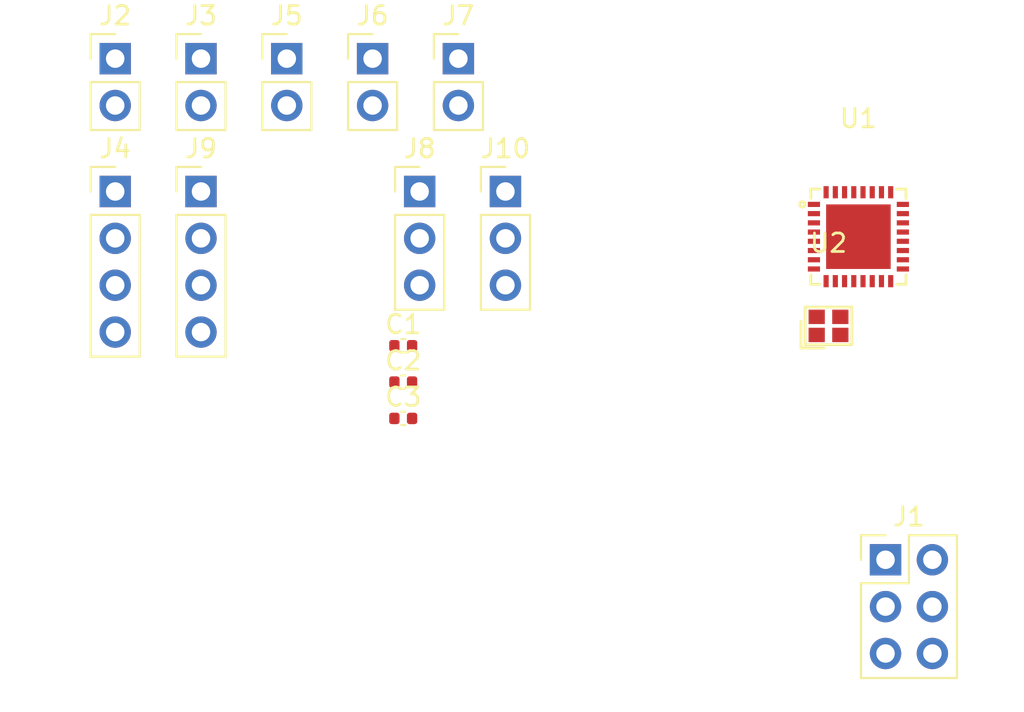
<source format=kicad_pcb>
(kicad_pcb (version 20221018) (generator pcbnew)
  (layers (0 "F.Cu" signal) (1 "In1.Cu" signal) (2 "In2.Cu" signal) (31 "B.Cu" signal) (34 "B.Paste" user) (35 "F.Paste" user) (36 "B.SilkS" user "B.Silkscreen") (37 "F.SilkS" user "F.Silkscreen") (38 "B.Mask" user) (39 "F.Mask" user) (44 "Edge.Cuts" user))
  (net 0 "")
  (net 1 "/XTAL1")
  (net 2 "GND")
  (net 3 "/XTAL2")
  (net 4 "VCC")
  (net 5 "/PB3")
  (net 6 "/PB4")
  (net 7 "/PB5")
  (net 8 "/PC6")
  (net 9 "/PC5")
  (net 10 "/PC4")
  (net 11 "/PD2")
  (net 12 "/PD3")
  (net 13 "/AVCC")
  (net 14 "/AREF")
  (net 15 "/ADC7")
  (net 16 "/ADC6")
  (net 17 "/PD1")
  (net 18 "/PD0")
  (net 19 "/PB0")
  (net 20 "/PB1")
  (net 21 "/PB2")
  (net 22 "/PC3")
  (net 23 "/PC2")
  (net 24 "/PC1")
  (net 25 "/PC0")
  (net 26 "/PD5")
  (net 27 "/PD6")
  (net 28 "/PD7")
  (net 29 "/PD4")
  (footprint "Connector_PinHeader_2.54mm:PinHeader_1x02_P2.54mm_Vertical" (layer "F.Cu") (at 103.51 62.6)
    (fp_text reference "J2" (at 0 -2.33) (layer "F.SilkS"))
    (fp_text value "Conn_01x02_Pin")
    (fp_line (start -1.33 -1.33) (end 0 -1.33) (stroke (width 0.12)) (layer "F.SilkS"))
    (fp_line (start -1.33 0) (end -1.33 -1.33) (stroke (width 0.12)) (layer "F.SilkS"))
    (fp_line (start -1.33 1.27) (end -1.33 3.87) (stroke (width 0.12)) (layer "F.SilkS"))
    (fp_line (start -1.33 1.27) (end 1.33 1.27) (stroke (width 0.12)) (layer "F.SilkS"))
    (fp_line (start -1.33 3.87) (end 1.33 3.87) (stroke (width 0.12)) (layer "F.SilkS"))
    (fp_line (start 1.33 1.27) (end 1.33 3.87) (stroke (width 0.12)) (layer "F.SilkS"))
    (pad "1" thru_hole rect (at 0 0) (size 1.7 1.7) (drill 1) (layers "*.Cu" "*.Mask") (net 9 "/PC5"))
    (pad "2" thru_hole oval (at 0 2.54) (size 1.7 1.7) (drill 1) (layers "*.Cu" "*.Mask") (net 10 "/PC4"))
  )
  (footprint "Connector_PinHeader_2.54mm:PinHeader_1x02_P2.54mm_Vertical" (layer "F.Cu") (at 122.11 62.6)
    (fp_text reference "J7" (at 0 -2.33) (layer "F.SilkS"))
    (fp_text value "Conn_01x02_Pin")
    (fp_line (start -1.33 -1.33) (end 0 -1.33) (stroke (width 0.12)) (layer "F.SilkS"))
    (fp_line (start -1.33 0) (end -1.33 -1.33) (stroke (width 0.12)) (layer "F.SilkS"))
    (fp_line (start -1.33 1.27) (end -1.33 3.87) (stroke (width 0.12)) (layer "F.SilkS"))
    (fp_line (start -1.33 1.27) (end 1.33 1.27) (stroke (width 0.12)) (layer "F.SilkS"))
    (fp_line (start -1.33 3.87) (end 1.33 3.87) (stroke (width 0.12)) (layer "F.SilkS"))
    (fp_line (start 1.33 1.27) (end 1.33 3.87) (stroke (width 0.12)) (layer "F.SilkS"))
    (pad "1" thru_hole rect (at 0 0) (size 1.7 1.7) (drill 1) (layers "*.Cu" "*.Mask") (net 17 "/PD1"))
    (pad "2" thru_hole oval (at 0 2.54) (size 1.7 1.7) (drill 1) (layers "*.Cu" "*.Mask") (net 18 "/PD0"))
  )
  (footprint "Connector_PinHeader_2.54mm:PinHeader_1x02_P2.54mm_Vertical" (layer "F.Cu") (at 108.16 62.6)
    (fp_text reference "J3" (at 0 -2.33) (layer "F.SilkS"))
    (fp_text value "Conn_01x02_Pin")
    (fp_line (start -1.33 -1.33) (end 0 -1.33) (stroke (width 0.12)) (layer "F.SilkS"))
    (fp_line (start -1.33 0) (end -1.33 -1.33) (stroke (width 0.12)) (layer "F.SilkS"))
    (fp_line (start -1.33 1.27) (end -1.33 3.87) (stroke (width 0.12)) (layer "F.SilkS"))
    (fp_line (start -1.33 1.27) (end 1.33 1.27) (stroke (width 0.12)) (layer "F.SilkS"))
    (fp_line (start -1.33 3.87) (end 1.33 3.87) (stroke (width 0.12)) (layer "F.SilkS"))
    (fp_line (start 1.33 1.27) (end 1.33 3.87) (stroke (width 0.12)) (layer "F.SilkS"))
    (pad "1" thru_hole rect (at 0 0) (size 1.7 1.7) (drill 1) (layers "*.Cu" "*.Mask") (net 11 "/PD2"))
    (pad "2" thru_hole oval (at 0 2.54) (size 1.7 1.7) (drill 1) (layers "*.Cu" "*.Mask") (net 12 "/PD3"))
  )
  (footprint "PARTS:VQFN-32_L5.0-W5.0-P0.50-TL-EP" (layer "F.Cu") (at 143.79 72.25)
    (fp_text reference "U1" (at 0 -6.41) (layer "F.SilkS"))
    (fp_text value "ATMEGA168PA-MU")
    (fp_line (start -2.58 -2.58) (end -2.58 -2.08) (stroke (width 0.15)) (layer "F.SilkS"))
    (fp_line (start -2.58 2.58) (end -2.58 2.08) (stroke (width 0.15)) (layer "F.SilkS"))
    (fp_line (start -2.08 -2.58) (end -2.58 -2.58) (stroke (width 0.15)) (layer "F.SilkS"))
    (fp_line (start -2.08 2.58) (end -2.58 2.58) (stroke (width 0.15)) (layer "F.SilkS"))
    (fp_line (start 2.08 -2.58) (end 2.58 -2.58) (stroke (width 0.15)) (layer "F.SilkS"))
    (fp_line (start 2.08 2.58) (end 2.58 2.58) (stroke (width 0.15)) (layer "F.SilkS"))
    (fp_line (start 2.58 -2.58) (end 2.58 -2.08) (stroke (width 0.15)) (layer "F.SilkS"))
    (fp_line (start 2.58 2.58) (end 2.58 2.08) (stroke (width 0.15)) (layer "F.SilkS"))
    (fp_circle (center -3.04 -1.75) (end -2.97 -1.75) (stroke (width 0.15)) (fill none) (layer "F.SilkS"))
    (pad "1" smd rect (at -2.41 -1.75) (size 0.66 0.28) (layers "F.Cu" "F.Paste" "F.Mask") (net 12 "/PD3"))
    (pad "2" smd rect (at -2.41 -1.25) (size 0.66 0.28) (layers "F.Cu" "F.Paste" "F.Mask") (net 29 "/PD4"))
    (pad "3" smd rect (at -2.41 -0.75) (size 0.66 0.28) (layers "F.Cu" "F.Paste" "F.Mask") (net 2 "GND"))
    (pad "4" smd rect (at -2.41 -0.25) (size 0.66 0.28) (layers "F.Cu" "F.Paste" "F.Mask") (net 4 "VCC"))
    (pad "5" smd rect (at -2.41 0.25) (size 0.66 0.28) (layers "F.Cu" "F.Paste" "F.Mask") (net 2 "GND"))
    (pad "6" smd rect (at -2.41 0.75) (size 0.66 0.28) (layers "F.Cu" "F.Paste" "F.Mask") (net 4 "VCC"))
    (pad "7" smd rect (at -2.41 1.25) (size 0.66 0.28) (layers "F.Cu" "F.Paste" "F.Mask") (net 1 "/XTAL1"))
    (pad "8" smd rect (at -2.41 1.75) (size 0.66 0.28) (layers "F.Cu" "F.Paste" "F.Mask") (net 3 "/XTAL2"))
    (pad "9" smd rect (at -1.75 2.41) (size 0.28 0.66) (layers "F.Cu" "F.Paste" "F.Mask") (net 26 "/PD5"))
    (pad "10" smd rect (at -1.25 2.41) (size 0.28 0.66) (layers "F.Cu" "F.Paste" "F.Mask") (net 27 "/PD6"))
    (pad "11" smd rect (at -0.75 2.41) (size 0.28 0.66) (layers "F.Cu" "F.Paste" "F.Mask") (net 28 "/PD7"))
    (pad "12" smd rect (at -0.25 2.41) (size 0.28 0.66) (layers "F.Cu" "F.Paste" "F.Mask") (net 19 "/PB0"))
    (pad "13" smd rect (at 0.25 2.41) (size 0.28 0.66) (layers "F.Cu" "F.Paste" "F.Mask") (net 20 "/PB1"))
    (pad "14" smd rect (at 0.75 2.41) (size 0.28 0.66) (layers "F.Cu" "F.Paste" "F.Mask") (net 21 "/PB2"))
    (pad "15" smd rect (at 1.25 2.41) (size 0.28 0.66) (layers "F.Cu" "F.Paste" "F.Mask") (net 5 "/PB3"))
    (pad "16" smd rect (at 1.75 2.41) (size 0.28 0.66) (layers "F.Cu" "F.Paste" "F.Mask") (net 6 "/PB4"))
    (pad "17" smd rect (at 2.41 1.75) (size 0.66 0.28) (layers "F.Cu" "F.Paste" "F.Mask") (net 7 "/PB5"))
    (pad "18" smd rect (at 2.41 1.25) (size 0.66 0.28) (layers "F.Cu" "F.Paste" "F.Mask") (net 13 "/AVCC"))
    (pad "19" smd rect (at 2.41 0.75) (size 0.66 0.28) (layers "F.Cu" "F.Paste" "F.Mask") (net 16 "/ADC6"))
    (pad "20" smd rect (at 2.41 0.25) (size 0.66 0.28) (layers "F.Cu" "F.Paste" "F.Mask") (net 14 "/AREF"))
    (pad "21" smd rect (at 2.41 -0.25) (size 0.66 0.28) (layers "F.Cu" "F.Paste" "F.Mask") (net 2 "GND"))
    (pad "22" smd rect (at 2.41 -0.75) (size 0.66 0.28) (layers "F.Cu" "F.Paste" "F.Mask") (net 15 "/ADC7"))
    (pad "23" smd rect (at 2.41 -1.25) (size 0.66 0.28) (layers "F.Cu" "F.Paste" "F.Mask") (net 25 "/PC0"))
    (pad "24" smd rect (at 2.41 -1.75) (size 0.66 0.28) (layers "F.Cu" "F.Paste" "F.Mask") (net 24 "/PC1"))
    (pad "25" smd rect (at 1.75 -2.41) (size 0.28 0.66) (layers "F.Cu" "F.Paste" "F.Mask") (net 23 "/PC2"))
    (pad "26" smd rect (at 1.25 -2.41) (size 0.28 0.66) (layers "F.Cu" "F.Paste" "F.Mask") (net 22 "/PC3"))
    (pad "27" smd rect (at 0.75 -2.41) (size 0.28 0.66) (layers "F.Cu" "F.Paste" "F.Mask") (net 10 "/PC4"))
    (pad "28" smd rect (at 0.25 -2.41) (size 0.28 0.66) (layers "F.Cu" "F.Paste" "F.Mask") (net 9 "/PC5"))
    (pad "29" smd rect (at -0.25 -2.41) (size 0.28 0.66) (layers "F.Cu" "F.Paste" "F.Mask") (net 8 "/PC6"))
    (pad "30" smd rect (at -0.75 -2.41) (size 0.28 0.66) (layers "F.Cu" "F.Paste" "F.Mask") (net 18 "/PD0"))
    (pad "31" smd rect (at -1.25 -2.41) (size 0.28 0.66) (layers "F.Cu" "F.Paste" "F.Mask") (net 17 "/PD1"))
    (pad "32" smd rect (at -1.75 -2.41) (size 0.28 0.66) (layers "F.Cu" "F.Paste" "F.Mask") (net 11 "/PD2"))
    (pad "33" smd rect (at 0 0) (size 3.5 3.5) (layers "F.Cu" "F.Paste" "F.Mask") (net 2 "GND"))
  )
  (footprint "PARTS:CRYSTAL-SMD_4P-L2.0-W1.6-BL-A" (layer "F.Cu") (at 142.17 77.085)
    (fp_text reference "U2" (at 0 -4.49) (layer "F.SilkS"))
    (fp_text value "XL7EL89CKI-111YLC-16M")
    (fp_line (start -1.49 -0.25) (end -1.49 1.2) (stroke (width 0.15)) (layer "F.SilkS"))
    (fp_line (start -1.49 1.2) (end -0.23 1.2) (stroke (width 0.15)) (layer "F.SilkS"))
    (fp_line (start -1.27 -1.02) (end 1.27 -1.02) (stroke (width 0.15)) (layer "F.SilkS"))
    (fp_line (start -1.27 1.02) (end -1.27 -1.02) (stroke (width 0.15)) (layer "F.SilkS"))
    (fp_line (start -1.27 1.02) (end -1.27 1.02) (stroke (width 0.15)) (layer "F.SilkS"))
    (fp_line (start -1.27 1.02) (end -1.27 1.02) (stroke (width 0.15)) (layer "F.SilkS"))
    (fp_line (start 1.27 -1.02) (end 1.27 1.02) (stroke (width 0.15)) (layer "F.SilkS"))
    (fp_line (start 1.27 1.02) (end -1.27 1.02) (stroke (width 0.15)) (layer "F.SilkS"))
    (pad "1" smd rect (at -0.64 0.49) (size 0.88 0.78) (layers "F.Cu" "F.Paste" "F.Mask") (net 1 "/XTAL1"))
    (pad "2" smd rect (at 0.64 0.49) (size 0.88 0.78) (layers "F.Cu" "F.Paste" "F.Mask") (net 2 "GND"))
    (pad "3" smd rect (at 0.64 -0.49) (size 0.88 0.78) (layers "F.Cu" "F.Paste" "F.Mask") (net 3 "/XTAL2"))
    (pad "4" smd rect (at -0.64 -0.49) (size 0.88 0.78) (layers "F.Cu" "F.Paste" "F.Mask") (net 2 "GND"))
  )
  (footprint "Connector_PinHeader_2.54mm:PinHeader_1x03_P2.54mm_Vertical" (layer "F.Cu") (at 120.01 69.8)
    (fp_text reference "J8" (at 0 -2.33) (layer "F.SilkS"))
    (fp_text value "Conn_01x03_Pin")
    (fp_line (start -1.33 -1.33) (end 0 -1.33) (stroke (width 0.12)) (layer "F.SilkS"))
    (fp_line (start -1.33 0) (end -1.33 -1.33) (stroke (width 0.12)) (layer "F.SilkS"))
    (fp_line (start -1.33 1.27) (end -1.33 6.41) (stroke (width 0.12)) (layer "F.SilkS"))
    (fp_line (start -1.33 1.27) (end 1.33 1.27) (stroke (width 0.12)) (layer "F.SilkS"))
    (fp_line (start -1.33 6.41) (end 1.33 6.41) (stroke (width 0.12)) (layer "F.SilkS"))
    (fp_line (start 1.33 1.27) (end 1.33 6.41) (stroke (width 0.12)) (layer "F.SilkS"))
    (pad "1" thru_hole rect (at 0 0) (size 1.7 1.7) (drill 1) (layers "*.Cu" "*.Mask") (net 19 "/PB0"))
    (pad "2" thru_hole oval (at 0 2.54) (size 1.7 1.7) (drill 1) (layers "*.Cu" "*.Mask") (net 20 "/PB1"))
    (pad "3" thru_hole oval (at 0 5.08) (size 1.7 1.7) (drill 1) (layers "*.Cu" "*.Mask") (net 21 "/PB2"))
  )
  (footprint "Capacitor_SMD:C_0402_1005Metric" (layer "F.Cu") (at 119.12 82.1)
    (fp_text reference "C3" (at 0 -1.16) (layer "F.SilkS"))
    (fp_text value "100n")
    (fp_line (start -0.107836 -0.36) (end 0.107836 -0.36) (stroke (width 0.12)) (layer "F.SilkS"))
    (fp_line (start -0.107836 0.36) (end 0.107836 0.36) (stroke (width 0.12)) (layer "F.SilkS"))
    (pad "1" smd roundrect (at -0.48 0) (size 0.56 0.62) (layers "F.Cu" "F.Paste" "F.Mask") (net 2 "GND"))
    (pad "2" smd roundrect (at 0.48 0) (size 0.56 0.62) (layers "F.Cu" "F.Paste" "F.Mask") (net 4 "VCC"))
  )
  (footprint "Connector_PinHeader_2.54mm:PinHeader_1x02_P2.54mm_Vertical" (layer "F.Cu") (at 112.81 62.6)
    (fp_text reference "J5" (at 0 -2.33) (layer "F.SilkS"))
    (fp_text value "Conn_01x02_Pin")
    (fp_line (start -1.33 -1.33) (end 0 -1.33) (stroke (width 0.12)) (layer "F.SilkS"))
    (fp_line (start -1.33 0) (end -1.33 -1.33) (stroke (width 0.12)) (layer "F.SilkS"))
    (fp_line (start -1.33 1.27) (end -1.33 3.87) (stroke (width 0.12)) (layer "F.SilkS"))
    (fp_line (start -1.33 1.27) (end 1.33 1.27) (stroke (width 0.12)) (layer "F.SilkS"))
    (fp_line (start -1.33 3.87) (end 1.33 3.87) (stroke (width 0.12)) (layer "F.SilkS"))
    (fp_line (start 1.33 1.27) (end 1.33 3.87) (stroke (width 0.12)) (layer "F.SilkS"))
    (pad "1" thru_hole rect (at 0 0) (size 1.7 1.7) (drill 1) (layers "*.Cu" "*.Mask") (net 13 "/AVCC"))
    (pad "2" thru_hole oval (at 0 2.54) (size 1.7 1.7) (drill 1) (layers "*.Cu" "*.Mask") (net 14 "/AREF"))
  )
  (footprint "Capacitor_SMD:C_0402_1005Metric" (layer "F.Cu") (at 119.12 78.16)
    (fp_text reference "C1" (at 0 -1.16) (layer "F.SilkS"))
    (fp_text value "12p")
    (fp_line (start -0.107836 -0.36) (end 0.107836 -0.36) (stroke (width 0.12)) (layer "F.SilkS"))
    (fp_line (start -0.107836 0.36) (end 0.107836 0.36) (stroke (width 0.12)) (layer "F.SilkS"))
    (pad "1" smd roundrect (at -0.48 0) (size 0.56 0.62) (layers "F.Cu" "F.Paste" "F.Mask") (net 1 "/XTAL1"))
    (pad "2" smd roundrect (at 0.48 0) (size 0.56 0.62) (layers "F.Cu" "F.Paste" "F.Mask") (net 2 "GND"))
  )
  (footprint "Connector_PinHeader_2.54mm:PinHeader_1x04_P2.54mm_Vertical" (layer "F.Cu") (at 108.16 69.8)
    (fp_text reference "J9" (at 0 -2.33) (layer "F.SilkS"))
    (fp_text value "Conn_01x04_Pin")
    (fp_line (start -1.33 -1.33) (end 0 -1.33) (stroke (width 0.12)) (layer "F.SilkS"))
    (fp_line (start -1.33 0) (end -1.33 -1.33) (stroke (width 0.12)) (layer "F.SilkS"))
    (fp_line (start -1.33 1.27) (end -1.33 8.95) (stroke (width 0.12)) (layer "F.SilkS"))
    (fp_line (start -1.33 1.27) (end 1.33 1.27) (stroke (width 0.12)) (layer "F.SilkS"))
    (fp_line (start -1.33 8.95) (end 1.33 8.95) (stroke (width 0.12)) (layer "F.SilkS"))
    (fp_line (start 1.33 1.27) (end 1.33 8.95) (stroke (width 0.12)) (layer "F.SilkS"))
    (pad "1" thru_hole rect (at 0 0) (size 1.7 1.7) (drill 1) (layers "*.Cu" "*.Mask") (net 22 "/PC3"))
    (pad "2" thru_hole oval (at 0 2.54) (size 1.7 1.7) (drill 1) (layers "*.Cu" "*.Mask") (net 23 "/PC2"))
    (pad "3" thru_hole oval (at 0 5.08) (size 1.7 1.7) (drill 1) (layers "*.Cu" "*.Mask") (net 24 "/PC1"))
    (pad "4" thru_hole oval (at 0 7.62) (size 1.7 1.7) (drill 1) (layers "*.Cu" "*.Mask") (net 25 "/PC0"))
  )
  (footprint "Connector_PinHeader_2.54mm:PinHeader_2x03_P2.54mm_Vertical" (layer "F.Cu") (at 145.26 89.76)
    (fp_text reference "J1" (at 1.27 -2.33) (layer "F.SilkS"))
    (fp_text value "Conn_01x06_Pin")
    (fp_line (start -1.33 -1.33) (end 0 -1.33) (stroke (width 0.12)) (layer "F.SilkS"))
    (fp_line (start -1.33 0) (end -1.33 -1.33) (stroke (width 0.12)) (layer "F.SilkS"))
    (fp_line (start -1.33 1.27) (end -1.33 6.41) (stroke (width 0.12)) (layer "F.SilkS"))
    (fp_line (start -1.33 1.27) (end 1.27 1.27) (stroke (width 0.12)) (layer "F.SilkS"))
    (fp_line (start -1.33 6.41) (end 3.87 6.41) (stroke (width 0.12)) (layer "F.SilkS"))
    (fp_line (start 1.27 -1.33) (end 3.87 -1.33) (stroke (width 0.12)) (layer "F.SilkS"))
    (fp_line (start 1.27 1.27) (end 1.27 -1.33) (stroke (width 0.12)) (layer "F.SilkS"))
    (fp_line (start 3.87 -1.33) (end 3.87 6.41) (stroke (width 0.12)) (layer "F.SilkS"))
    (pad "1" thru_hole rect (at 0 0) (size 1.7 1.7) (drill 1) (layers "*.Cu" "*.Mask") (net 2 "GND"))
    (pad "2" thru_hole oval (at 2.54 0) (size 1.7 1.7) (drill 1) (layers "*.Cu" "*.Mask") (net 8 "/PC6"))
    (pad "3" thru_hole oval (at 0 2.54) (size 1.7 1.7) (drill 1) (layers "*.Cu" "*.Mask") (net 5 "/PB3"))
    (pad "4" thru_hole oval (at 2.54 2.54) (size 1.7 1.7) (drill 1) (layers "*.Cu" "*.Mask") (net 7 "/PB5"))
    (pad "5" thru_hole oval (at 0 5.08) (size 1.7 1.7) (drill 1) (layers "*.Cu" "*.Mask") (net 4 "VCC"))
    (pad "6" thru_hole oval (at 2.54 5.08) (size 1.7 1.7) (drill 1) (layers "*.Cu" "*.Mask") (net 6 "/PB4"))
  )
  (footprint "Connector_PinHeader_2.54mm:PinHeader_1x04_P2.54mm_Vertical" (layer "F.Cu") (at 103.51 69.8)
    (fp_text reference "J4" (at 0 -2.33) (layer "F.SilkS"))
    (fp_text value "Conn_01x04_Pin")
    (fp_line (start -1.33 -1.33) (end 0 -1.33) (stroke (width 0.12)) (layer "F.SilkS"))
    (fp_line (start -1.33 0) (end -1.33 -1.33) (stroke (width 0.12)) (layer "F.SilkS"))
    (fp_line (start -1.33 1.27) (end -1.33 8.95) (stroke (width 0.12)) (layer "F.SilkS"))
    (fp_line (start -1.33 1.27) (end 1.33 1.27) (stroke (width 0.12)) (layer "F.SilkS"))
    (fp_line (start -1.33 8.95) (end 1.33 8.95) (stroke (width 0.12)) (layer "F.SilkS"))
    (fp_line (start 1.33 1.27) (end 1.33 8.95) (stroke (width 0.12)) (layer "F.SilkS"))
    (pad "1" thru_hole rect (at 0 0) (size 1.7 1.7) (drill 1) (layers "*.Cu" "*.Mask") (net 2 "GND"))
    (pad "2" thru_hole oval (at 0 2.54) (size 1.7 1.7) (drill 1) (layers "*.Cu" "*.Mask") (net 4 "VCC"))
    (pad "3" thru_hole oval (at 0 5.08) (size 1.7 1.7) (drill 1) (layers "*.Cu" "*.Mask") (net 4 "VCC"))
    (pad "4" thru_hole oval (at 0 7.62) (size 1.7 1.7) (drill 1) (layers "*.Cu" "*.Mask") (net 2 "GND"))
  )
  (footprint "Connector_PinHeader_2.54mm:PinHeader_1x02_P2.54mm_Vertical" (layer "F.Cu") (at 117.46 62.6)
    (fp_text reference "J6" (at 0 -2.33) (layer "F.SilkS"))
    (fp_text value "Conn_01x02_Pin")
    (fp_line (start -1.33 -1.33) (end 0 -1.33) (stroke (width 0.12)) (layer "F.SilkS"))
    (fp_line (start -1.33 0) (end -1.33 -1.33) (stroke (width 0.12)) (layer "F.SilkS"))
    (fp_line (start -1.33 1.27) (end -1.33 3.87) (stroke (width 0.12)) (layer "F.SilkS"))
    (fp_line (start -1.33 1.27) (end 1.33 1.27) (stroke (width 0.12)) (layer "F.SilkS"))
    (fp_line (start -1.33 3.87) (end 1.33 3.87) (stroke (width 0.12)) (layer "F.SilkS"))
    (fp_line (start 1.33 1.27) (end 1.33 3.87) (stroke (width 0.12)) (layer "F.SilkS"))
    (pad "1" thru_hole rect (at 0 0) (size 1.7 1.7) (drill 1) (layers "*.Cu" "*.Mask") (net 15 "/ADC7"))
    (pad "2" thru_hole oval (at 0 2.54) (size 1.7 1.7) (drill 1) (layers "*.Cu" "*.Mask") (net 16 "/ADC6"))
  )
  (footprint "Capacitor_SMD:C_0402_1005Metric" (layer "F.Cu") (at 119.12 80.13)
    (fp_text reference "C2" (at 0 -1.16) (layer "F.SilkS"))
    (fp_text value "12p")
    (fp_line (start -0.107836 -0.36) (end 0.107836 -0.36) (stroke (width 0.12)) (layer "F.SilkS"))
    (fp_line (start -0.107836 0.36) (end 0.107836 0.36) (stroke (width 0.12)) (layer "F.SilkS"))
    (pad "1" smd roundrect (at -0.48 0) (size 0.56 0.62) (layers "F.Cu" "F.Paste" "F.Mask") (net 3 "/XTAL2"))
    (pad "2" smd roundrect (at 0.48 0) (size 0.56 0.62) (layers "F.Cu" "F.Paste" "F.Mask") (net 2 "GND"))
  )
  (footprint "Connector_PinHeader_2.54mm:PinHeader_1x03_P2.54mm_Vertical" (layer "F.Cu") (at 124.66 69.8)
    (fp_text reference "J10" (at 0 -2.33) (layer "F.SilkS"))
    (fp_text value "Conn_01x03_Pin")
    (fp_line (start -1.33 -1.33) (end 0 -1.33) (stroke (width 0.12)) (layer "F.SilkS"))
    (fp_line (start -1.33 0) (end -1.33 -1.33) (stroke (width 0.12)) (layer "F.SilkS"))
    (fp_line (start -1.33 1.27) (end -1.33 6.41) (stroke (width 0.12)) (layer "F.SilkS"))
    (fp_line (start -1.33 1.27) (end 1.33 1.27) (stroke (width 0.12)) (layer "F.SilkS"))
    (fp_line (start -1.33 6.41) (end 1.33 6.41) (stroke (width 0.12)) (layer "F.SilkS"))
    (fp_line (start 1.33 1.27) (end 1.33 6.41) (stroke (width 0.12)) (layer "F.SilkS"))
    (pad "1" thru_hole rect (at 0 0) (size 1.7 1.7) (drill 1) (layers "*.Cu" "*.Mask") (net 26 "/PD5"))
    (pad "2" thru_hole oval (at 0 2.54) (size 1.7 1.7) (drill 1) (layers "*.Cu" "*.Mask") (net 27 "/PD6"))
    (pad "3" thru_hole oval (at 0 5.08) (size 1.7 1.7) (drill 1) (layers "*.Cu" "*.Mask") (net 28 "/PD7"))
  )
)
</source>
